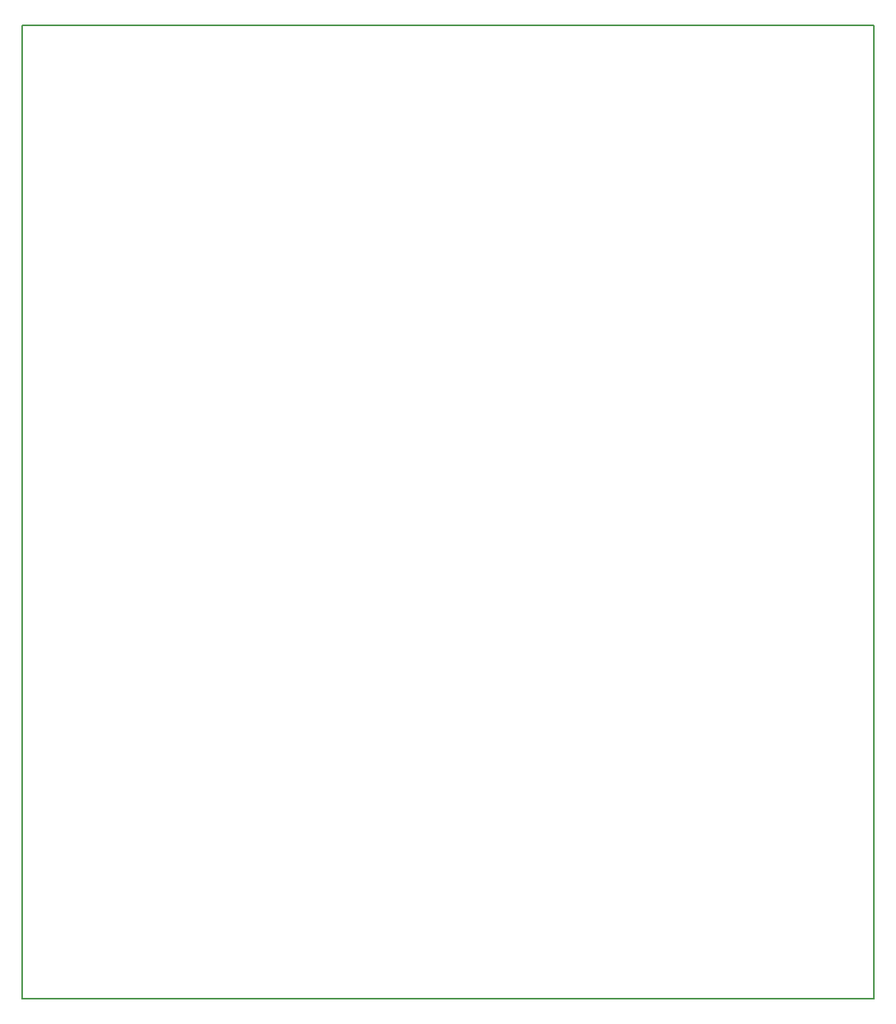
<source format=gm1>
G04 #@! TF.GenerationSoftware,KiCad,Pcbnew,(6.0.0)*
G04 #@! TF.CreationDate,2022-02-23T18:40:55+01:00*
G04 #@! TF.ProjectId,ad633muliply,61643633-336d-4756-9c69-706c792e6b69,rev?*
G04 #@! TF.SameCoordinates,Original*
G04 #@! TF.FileFunction,Profile,NP*
%FSLAX46Y46*%
G04 Gerber Fmt 4.6, Leading zero omitted, Abs format (unit mm)*
G04 Created by KiCad (PCBNEW (6.0.0)) date 2022-02-23 18:40:55*
%MOMM*%
%LPD*%
G01*
G04 APERTURE LIST*
G04 #@! TA.AperFunction,Profile*
%ADD10C,0.200000*%
G04 #@! TD*
G04 APERTURE END LIST*
D10*
X166756000Y-69220000D02*
X166756000Y-173360000D01*
X75570000Y-173360000D02*
X75570000Y-69220000D01*
X75570000Y-69220000D02*
X166756000Y-69220000D01*
X166756000Y-173360000D02*
X75570000Y-173360000D01*
M02*

</source>
